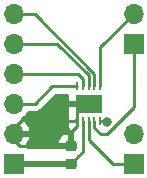
<source format=gbr>
G04 #@! TF.GenerationSoftware,KiCad,Pcbnew,(6.0.1)*
G04 #@! TF.CreationDate,2022-02-03T09:59:14-06:00*
G04 #@! TF.ProjectId,AD7156-Breakout,41443731-3536-42d4-9272-65616b6f7574,rev?*
G04 #@! TF.SameCoordinates,Original*
G04 #@! TF.FileFunction,Copper,L1,Top*
G04 #@! TF.FilePolarity,Positive*
%FSLAX46Y46*%
G04 Gerber Fmt 4.6, Leading zero omitted, Abs format (unit mm)*
G04 Created by KiCad (PCBNEW (6.0.1)) date 2022-02-03 09:59:14*
%MOMM*%
%LPD*%
G01*
G04 APERTURE LIST*
G04 Aperture macros list*
%AMRoundRect*
0 Rectangle with rounded corners*
0 $1 Rounding radius*
0 $2 $3 $4 $5 $6 $7 $8 $9 X,Y pos of 4 corners*
0 Add a 4 corners polygon primitive as box body*
4,1,4,$2,$3,$4,$5,$6,$7,$8,$9,$2,$3,0*
0 Add four circle primitives for the rounded corners*
1,1,$1+$1,$2,$3*
1,1,$1+$1,$4,$5*
1,1,$1+$1,$6,$7*
1,1,$1+$1,$8,$9*
0 Add four rect primitives between the rounded corners*
20,1,$1+$1,$2,$3,$4,$5,0*
20,1,$1+$1,$4,$5,$6,$7,0*
20,1,$1+$1,$6,$7,$8,$9,0*
20,1,$1+$1,$8,$9,$2,$3,0*%
G04 Aperture macros list end*
G04 #@! TA.AperFunction,ComponentPad*
%ADD10R,1.700000X1.700000*%
G04 #@! TD*
G04 #@! TA.AperFunction,ComponentPad*
%ADD11O,1.700000X1.700000*%
G04 #@! TD*
G04 #@! TA.AperFunction,SMDPad,CuDef*
%ADD12R,0.270000X0.760000*%
G04 #@! TD*
G04 #@! TA.AperFunction,SMDPad,CuDef*
%ADD13R,2.300000X1.500000*%
G04 #@! TD*
G04 #@! TA.AperFunction,SMDPad,CuDef*
%ADD14RoundRect,0.225000X0.250000X-0.225000X0.250000X0.225000X-0.250000X0.225000X-0.250000X-0.225000X0*%
G04 #@! TD*
G04 #@! TA.AperFunction,ViaPad*
%ADD15C,0.800000*%
G04 #@! TD*
G04 #@! TA.AperFunction,Conductor*
%ADD16C,0.250000*%
G04 #@! TD*
G04 #@! TA.AperFunction,Conductor*
%ADD17C,0.500000*%
G04 #@! TD*
G04 APERTURE END LIST*
D10*
G04 #@! TO.P,J2,1*
G04 #@! TO.N,CIN1*
X157480000Y-99060000D03*
D11*
G04 #@! TO.P,J2,2*
G04 #@! TO.N,EXC1*
X157480000Y-96520000D03*
G04 #@! TD*
D10*
G04 #@! TO.P,J3,1*
G04 #@! TO.N,CIN2*
X157480000Y-109220000D03*
D11*
G04 #@! TO.P,J3,2*
G04 #@! TO.N,EXC2*
X157480000Y-106680000D03*
G04 #@! TD*
D12*
G04 #@! TO.P,U1,1*
G04 #@! TO.N,GND*
X152670000Y-105625000D03*
G04 #@! TO.P,U1,2*
G04 #@! TO.N,+3V3*
X153170000Y-105625000D03*
G04 #@! TO.P,U1,3*
G04 #@! TO.N,CIN2*
X153670000Y-105625000D03*
G04 #@! TO.P,U1,4*
G04 #@! TO.N,CIN1*
X154170000Y-105625000D03*
G04 #@! TO.P,U1,5*
G04 #@! TO.N,EXC2*
X154670000Y-105625000D03*
G04 #@! TO.P,U1,6*
G04 #@! TO.N,EXC1*
X154670000Y-102655000D03*
G04 #@! TO.P,U1,7*
G04 #@! TO.N,OUT1*
X154170000Y-102655000D03*
G04 #@! TO.P,U1,8*
G04 #@! TO.N,OUT2*
X153670000Y-102655000D03*
G04 #@! TO.P,U1,9*
G04 #@! TO.N,SCL*
X153170000Y-102655000D03*
G04 #@! TO.P,U1,10*
G04 #@! TO.N,SDA*
X152670000Y-102655000D03*
D13*
G04 #@! TO.P,U1,11*
G04 #@! TO.N,GND*
X153670000Y-104140000D03*
G04 #@! TD*
D14*
G04 #@! TO.P,C1,1*
G04 #@! TO.N,+3V3*
X152146000Y-109246000D03*
G04 #@! TO.P,C1,2*
G04 #@! TO.N,GND*
X152146000Y-107696000D03*
G04 #@! TD*
D10*
G04 #@! TO.P,J1,1*
G04 #@! TO.N,+3V3*
X147320000Y-109220000D03*
D11*
G04 #@! TO.P,J1,2*
G04 #@! TO.N,GND*
X147320000Y-106680000D03*
G04 #@! TO.P,J1,3*
G04 #@! TO.N,SDA*
X147320000Y-104140000D03*
G04 #@! TO.P,J1,4*
G04 #@! TO.N,SCL*
X147320000Y-101600000D03*
G04 #@! TO.P,J1,5*
G04 #@! TO.N,OUT2*
X147320000Y-99060000D03*
G04 #@! TO.P,J1,6*
G04 #@! TO.N,OUT1*
X147320000Y-96520000D03*
G04 #@! TD*
D15*
G04 #@! TO.N,EXC2*
X155194000Y-105664000D03*
G04 #@! TD*
D16*
G04 #@! TO.N,GND*
X152670000Y-105394000D02*
X152439000Y-105625000D01*
X153670000Y-104140000D02*
X151638000Y-104140000D01*
X152670000Y-105625000D02*
X152670000Y-106045437D01*
X152670000Y-104378000D02*
X152670000Y-105140000D01*
X147828000Y-107696000D02*
X148336000Y-107696000D01*
X152670000Y-105625000D02*
X152439000Y-105625000D01*
X152439000Y-105625000D02*
X151931000Y-105625000D01*
X152670000Y-105140000D02*
X152670000Y-105394000D01*
X147320000Y-106680000D02*
X147320000Y-106172000D01*
X147320000Y-107188000D02*
X147828000Y-107696000D01*
X147320000Y-106680000D02*
X147320000Y-107188000D01*
X153670000Y-104140000D02*
X152908000Y-104140000D01*
X147320000Y-106172000D02*
X148082000Y-105410000D01*
X152908000Y-104140000D02*
X152670000Y-104378000D01*
X152670000Y-106045437D02*
X152146000Y-106569437D01*
X152670000Y-105625000D02*
X152670000Y-105140000D01*
G04 #@! TO.N,+3V3*
X152120000Y-109220000D02*
X152146000Y-109246000D01*
X152146000Y-109246000D02*
X152146000Y-109220000D01*
D17*
X147320000Y-109220000D02*
X152120000Y-109220000D01*
D16*
X153170000Y-105625000D02*
X153170000Y-108222000D01*
X153170000Y-108222000D02*
X152794000Y-108598000D01*
X152146000Y-109246000D02*
X152794000Y-108598000D01*
G04 #@! TO.N,SDA*
X149098000Y-104140000D02*
X147320000Y-104140000D01*
X150583000Y-102655000D02*
X149098000Y-104140000D01*
X152670000Y-102655000D02*
X150583000Y-102655000D01*
G04 #@! TO.N,SCL*
X153170000Y-102025000D02*
X152745000Y-101600000D01*
X152745000Y-101600000D02*
X147320000Y-101600000D01*
X153170000Y-102655000D02*
X153170000Y-102025000D01*
G04 #@! TO.N,OUT2*
X151001590Y-99060000D02*
X150368000Y-99060000D01*
X150368000Y-99060000D02*
X147320000Y-99060000D01*
X153670000Y-102655000D02*
X153670000Y-101728410D01*
X153670000Y-101728410D02*
X151001590Y-99060000D01*
G04 #@! TO.N,OUT1*
X154170000Y-102655000D02*
X154170000Y-101592000D01*
X154170000Y-101592000D02*
X149098000Y-96520000D01*
X149098000Y-96520000D02*
X147320000Y-96520000D01*
G04 #@! TO.N,EXC1*
X154670000Y-102655000D02*
X154670000Y-99330000D01*
X154670000Y-99330000D02*
X157480000Y-96520000D01*
G04 #@! TO.N,CIN1*
X157480000Y-104451002D02*
X157480000Y-99060000D01*
X154686000Y-106680000D02*
X155251002Y-106680000D01*
X155251002Y-106680000D02*
X157480000Y-104451002D01*
X154170000Y-105625000D02*
X154170000Y-106164000D01*
X154170000Y-106164000D02*
X154686000Y-106680000D01*
G04 #@! TO.N,EXC2*
X154670000Y-105625000D02*
X155155000Y-105625000D01*
X155155000Y-105625000D02*
X155194000Y-105664000D01*
G04 #@! TO.N,CIN2*
X157480000Y-109220000D02*
X155702000Y-109220000D01*
X153670000Y-107188000D02*
X153670000Y-105625000D01*
X155702000Y-109220000D02*
X153670000Y-107188000D01*
X153670000Y-105625000D02*
X153670000Y-106300410D01*
G04 #@! TD*
G04 #@! TA.AperFunction,Conductor*
G04 #@! TO.N,GND*
G36*
X151954121Y-103308502D02*
G01*
X152000614Y-103362158D01*
X152012000Y-103414500D01*
X152012000Y-103867885D01*
X152016475Y-103883124D01*
X152017865Y-103884329D01*
X152025548Y-103886000D01*
X152654000Y-103886000D01*
X152654000Y-104394000D01*
X152030116Y-104394000D01*
X152014877Y-104398475D01*
X152013672Y-104399865D01*
X152012001Y-104407548D01*
X152012001Y-104934669D01*
X152012371Y-104941490D01*
X152017895Y-104992352D01*
X152021521Y-105007603D01*
X152034894Y-105043276D01*
X152040077Y-105114083D01*
X152038020Y-105121089D01*
X152032895Y-105142643D01*
X152027369Y-105193514D01*
X152027000Y-105200328D01*
X152027000Y-105471885D01*
X152031475Y-105487124D01*
X152032865Y-105488329D01*
X152040548Y-105490000D01*
X152244000Y-105490000D01*
X152289000Y-105760000D01*
X152045116Y-105760000D01*
X152029877Y-105764475D01*
X152028672Y-105765865D01*
X152027001Y-105773548D01*
X152027001Y-106049669D01*
X152027371Y-106056490D01*
X152032895Y-106107352D01*
X152036521Y-106122604D01*
X152081676Y-106243054D01*
X152090214Y-106258649D01*
X152166715Y-106360724D01*
X152179276Y-106373285D01*
X152281356Y-106449790D01*
X152296938Y-106458320D01*
X152318231Y-106466303D01*
X152374995Y-106508946D01*
X152399694Y-106575507D01*
X152400000Y-106584285D01*
X152400000Y-107824000D01*
X152379998Y-107892121D01*
X152326342Y-107938614D01*
X152274000Y-107950000D01*
X148499531Y-107950000D01*
X148431410Y-107929998D01*
X148423967Y-107924827D01*
X148423887Y-107924767D01*
X148423884Y-107924765D01*
X148416705Y-107919385D01*
X148297687Y-107874767D01*
X148240923Y-107832125D01*
X148216223Y-107765564D01*
X148231430Y-107696215D01*
X148252977Y-107667535D01*
X148354052Y-107566812D01*
X148360730Y-107558965D01*
X148457621Y-107424126D01*
X151163071Y-107424126D01*
X151167475Y-107439124D01*
X151168865Y-107440329D01*
X151176548Y-107442000D01*
X151873885Y-107442000D01*
X151889124Y-107437525D01*
X151890329Y-107436135D01*
X151892000Y-107428452D01*
X151892000Y-106756115D01*
X151887525Y-106740876D01*
X151886135Y-106739671D01*
X151878452Y-106738000D01*
X151850562Y-106738000D01*
X151844047Y-106738337D01*
X151751943Y-106747894D01*
X151738544Y-106750788D01*
X151589893Y-106800381D01*
X151576714Y-106806555D01*
X151443827Y-106888788D01*
X151432426Y-106897824D01*
X151322014Y-107008429D01*
X151313002Y-107019840D01*
X151230996Y-107152880D01*
X151224849Y-107166061D01*
X151175509Y-107314814D01*
X151172642Y-107328190D01*
X151163328Y-107419097D01*
X151163071Y-107424126D01*
X148457621Y-107424126D01*
X148485003Y-107386020D01*
X148490313Y-107377183D01*
X148584670Y-107186267D01*
X148588469Y-107176672D01*
X148650377Y-106972910D01*
X148652555Y-106962837D01*
X148653986Y-106951962D01*
X148651775Y-106937778D01*
X148638617Y-106934000D01*
X147320000Y-106934000D01*
X147320000Y-106426000D01*
X148638344Y-106426000D01*
X148651875Y-106422027D01*
X148653180Y-106412947D01*
X148611214Y-106245875D01*
X148607894Y-106236124D01*
X148522972Y-106040814D01*
X148518105Y-106031739D01*
X148402426Y-105852926D01*
X148396136Y-105844757D01*
X148252806Y-105687240D01*
X148245273Y-105680215D01*
X148078139Y-105548222D01*
X148069556Y-105542520D01*
X148032602Y-105522120D01*
X147982631Y-105471687D01*
X147967859Y-105402245D01*
X147992975Y-105335839D01*
X148020327Y-105309232D01*
X148043797Y-105292491D01*
X148199860Y-105181173D01*
X148358096Y-105023489D01*
X148488453Y-104842077D01*
X148490746Y-104837437D01*
X148492446Y-104834608D01*
X148544674Y-104786518D01*
X148600451Y-104773500D01*
X149019233Y-104773500D01*
X149030416Y-104774027D01*
X149037909Y-104775702D01*
X149045835Y-104775453D01*
X149045836Y-104775453D01*
X149105986Y-104773562D01*
X149109945Y-104773500D01*
X149137856Y-104773500D01*
X149141791Y-104773003D01*
X149141856Y-104772995D01*
X149153693Y-104772062D01*
X149185951Y-104771048D01*
X149189970Y-104770922D01*
X149197889Y-104770673D01*
X149217343Y-104765021D01*
X149236700Y-104761013D01*
X149248930Y-104759468D01*
X149248931Y-104759468D01*
X149256797Y-104758474D01*
X149264168Y-104755555D01*
X149264170Y-104755555D01*
X149297912Y-104742196D01*
X149309142Y-104738351D01*
X149343983Y-104728229D01*
X149343984Y-104728229D01*
X149351593Y-104726018D01*
X149358412Y-104721985D01*
X149358417Y-104721983D01*
X149369028Y-104715707D01*
X149386776Y-104707012D01*
X149405617Y-104699552D01*
X149441387Y-104673564D01*
X149451307Y-104667048D01*
X149482535Y-104648580D01*
X149482538Y-104648578D01*
X149489362Y-104644542D01*
X149503683Y-104630221D01*
X149518717Y-104617380D01*
X149528694Y-104610131D01*
X149535107Y-104605472D01*
X149563298Y-104571395D01*
X149571288Y-104562616D01*
X150808499Y-103325405D01*
X150870811Y-103291379D01*
X150897594Y-103288500D01*
X151886000Y-103288500D01*
X151954121Y-103308502D01*
G37*
G04 #@! TD.AperFunction*
G04 #@! TD*
M02*

</source>
